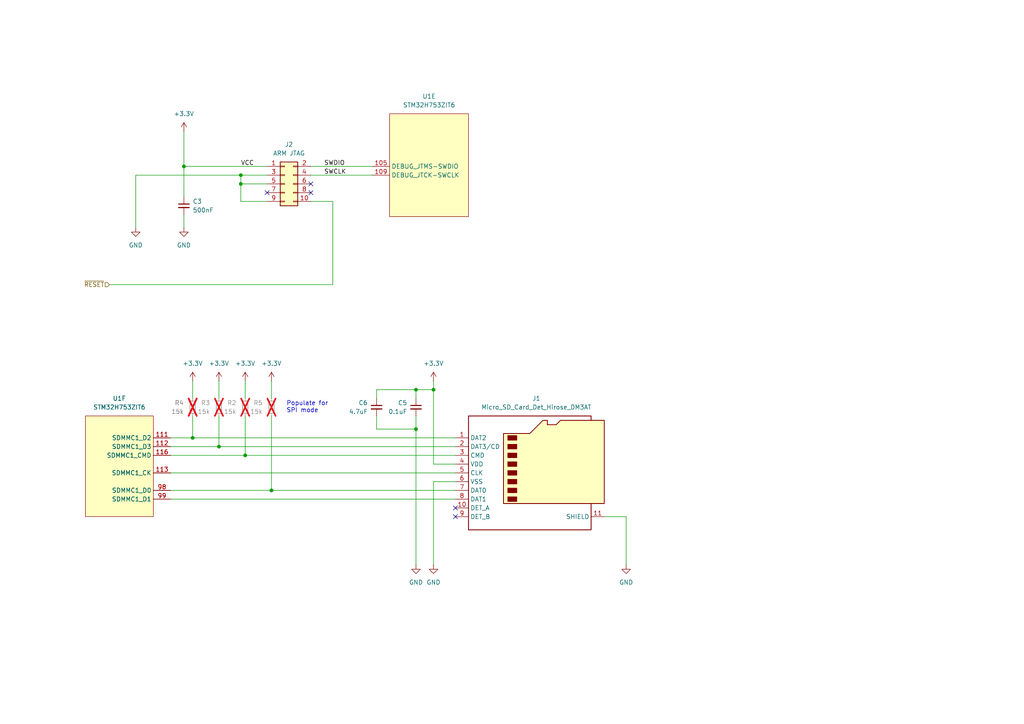
<source format=kicad_sch>
(kicad_sch (version 20231120) (generator "eeschema") (generator_version "8.0")
  (paper "A4")
  (lib_symbols
    (symbol "Connector:Micro_SD_Card_Det_Hirose_DM3AT"
      (property "Reference" "J" (at -16.51 17.78 0))
      (property "Value" "Micro_SD_Card_Det_Hirose_DM3AT" (at 16.51 17.78 0))
      (symbol "Micro_SD_Card_Det_Hirose_DM3AT_0_1"
        (rectangle (start -7.62 -6.985) (end -5.08 -8.255) (stroke (width 0.254)) (fill (type outline)))
        (rectangle (start -7.62 -4.445) (end -5.08 -5.715) (stroke (width 0.254)) (fill (type outline)))
        (rectangle (start -7.62 -1.905) (end -5.08 -3.175) (stroke (width 0.254)) (fill (type outline)))
        (rectangle (start -7.62 0.635) (end -5.08 -0.635) (stroke (width 0.254)) (fill (type outline)))
        (rectangle (start -7.62 3.175) (end -5.08 1.905) (stroke (width 0.254)) (fill (type outline)))
        (rectangle (start -7.62 5.715) (end -5.08 4.445) (stroke (width 0.254)) (fill (type outline)))
        (rectangle (start -7.62 8.255) (end -5.08 6.985) (stroke (width 0.254)) (fill (type outline)))
        (rectangle (start -7.62 10.795) (end -5.08 9.525) (stroke (width 0.254)) (fill (type outline)))
        (polyline (pts (xy 16.51 15.24) (xy 16.51 16.51) (xy -19.05 16.51) (xy -19.05 -16.51) (xy 16.51 -16.51) (xy 16.51 -8.89)) (stroke (width 0.254)))
        (polyline (pts (xy -8.89 -8.89) (xy -8.89 11.43) (xy -1.27 11.43) (xy 2.54 15.24) (xy 3.81 15.24) (xy 3.81 13.97) (xy 6.35 13.97) (xy 7.62 15.24) (xy 20.32 15.24) (xy 20.32 -8.89) (xy -8.89 -8.89)) (stroke (width 0.254)) (fill (type background)))
      )
      (symbol "Micro_SD_Card_Det_Hirose_DM3AT_1_1"
        (pin bidirectional line (at -22.86 10.16 0) (length 3.81) (name "DAT2") (number "1"))
        (pin passive line (at -22.86 -10.16 0) (length 3.81) (name "DET_A") (number "10"))
        (pin passive line (at 20.32 -12.7 180) (length 3.81) (name "SHIELD") (number "11"))
        (pin bidirectional line (at -22.86 7.62 0) (length 3.81) (name "DAT3/CD") (number "2"))
        (pin input line (at -22.86 5.08 0) (length 3.81) (name "CMD") (number "3"))
        (pin power_in line (at -22.86 2.54 0) (length 3.81) (name "VDD") (number "4"))
        (pin input line (at -22.86 0 0) (length 3.81) (name "CLK") (number "5"))
        (pin power_in line (at -22.86 -2.54 0) (length 3.81) (name "VSS") (number "6"))
        (pin bidirectional line (at -22.86 -5.08 0) (length 3.81) (name "DAT0") (number "7"))
        (pin bidirectional line (at -22.86 -7.62 0) (length 3.81) (name "DAT1") (number "8"))
        (pin passive line (at -22.86 -12.7 0) (length 3.81) (name "DET_B") (number "9"))
      )
    )
    (symbol "Device:C_Small" (pin_numbers hide) (pin_names (offset 0.254) hide)
      (property "Reference" "C" (at 0.254 1.778 0))
      (property "Value" "C_Small" (at 0.254 -2.032 0))
      (symbol "C_Small_0_1"
        (polyline (pts (xy -1.524 -0.508) (xy 1.524 -0.508)) (stroke (width 0.3302)))
        (polyline (pts (xy -1.524 0.508) (xy 1.524 0.508)) (stroke (width 0.3048)))
      )
      (symbol "C_Small_1_1"
        (pin passive line (at 0 2.54 270) (length 2.032) (name "~") (number "1"))
        (pin passive line (at 0 -2.54 90) (length 2.032) (name "~") (number "2"))
      )
    )
    (symbol "Device:R_Small" (pin_numbers hide) (pin_names (offset 0.254) hide)
      (property "Reference" "R" (at 0.762 0.508 0))
      (property "Value" "R_Small" (at 0.762 -1.016 0))
      (symbol "R_Small_0_1"
        (rectangle (start -0.762 1.778) (end 0.762 -1.778) (stroke (width 0.2032)))
      )
      (symbol "R_Small_1_1"
        (pin passive line (at 0 2.54 270) (length 0.762) (name "~") (number "1"))
        (pin passive line (at 0 -2.54 90) (length 0.762) (name "~") (number "2"))
      )
    )
    (symbol "Part-DB:FTSH-105-01-L-DV-K" (pin_names (offset 1.016) hide) (exclude_from_sim yes)
      (property "Reference" "J" (at 1.27 7.62 0))
      (property "Value" "ARM JTAG" (at 1.27 -7.62 0))
      (symbol "FTSH-105-01-L-DV-K_1_1"
        (rectangle (start -1.27 -4.953) (end 0 -5.207) (stroke (width 0.1524)))
        (rectangle (start -1.27 -2.413) (end 0 -2.667) (stroke (width 0.1524)))
        (rectangle (start -1.27 0.127) (end 0 -0.127) (stroke (width 0.1524)))
        (rectangle (start -1.27 2.667) (end 0 2.413) (stroke (width 0.1524)))
        (rectangle (start -1.27 5.207) (end 0 4.953) (stroke (width 0.1524)))
        (rectangle (start -1.27 6.35) (end 3.81 -6.35) (stroke (width 0.254)) (fill (type background)))
        (rectangle (start 3.81 -4.953) (end 2.54 -5.207) (stroke (width 0.1524)))
        (rectangle (start 3.81 -2.413) (end 2.54 -2.667) (stroke (width 0.1524)))
        (rectangle (start 3.81 0.127) (end 2.54 -0.127) (stroke (width 0.1524)))
        (rectangle (start 3.81 2.667) (end 2.54 2.413) (stroke (width 0.1524)))
        (rectangle (start 3.81 5.207) (end 2.54 4.953) (stroke (width 0.1524)))
        (pin passive line (at -5.08 5.08 0) (length 3.81) (name "Pin_1") (number "1"))
        (pin passive line (at 7.62 -5.08 180) (length 3.81) (name "Pin_10") (number "10"))
        (pin passive line (at 7.62 5.08 180) (length 3.81) (name "Pin_2") (number "2"))
        (pin passive line (at -5.08 2.54 0) (length 3.81) (name "Pin_3") (number "3"))
        (pin passive line (at 7.62 2.54 180) (length 3.81) (name "Pin_4") (number "4"))
        (pin passive line (at -5.08 0 0) (length 3.81) (name "Pin_5") (number "5"))
        (pin passive line (at 7.62 0 180) (length 3.81) (name "Pin_6") (number "6"))
        (pin passive line (at -5.08 -2.54 0) (length 3.81) (name "Pin_7") (number "7"))
        (pin passive line (at 7.62 -2.54 180) (length 3.81) (name "Pin_8") (number "8"))
        (pin passive line (at -5.08 -5.08 0) (length 3.81) (name "Pin_9") (number "9"))
      )
    )
    (symbol "STM32H753ZITx_1" (exclude_from_sim yes)
      (property "Reference" "U1" (at -7.366 22.86 0))
      (property "Value" "STM32H753ZIT6" (at -7.366 20.32 0))
      (symbol "STM32H753ZITx_1_1_1"
        (rectangle (start -20.32 46.99) (end 21.59 -15.24) (fill (type background)))
        (pin power_out line (at 26.67 29.21 180) (length 5.08) (name "VCAP") (number "106"))
        (pin passive line (at 0 -20.32 90) (length 5.08) hide (name "VSS") (number "107"))
        (pin power_in line (at 3.81 52.07 270) (length 5.08) (name "VDD") (number "108"))
        (pin passive line (at 0 -20.32 90) (length 5.08) hide (name "VSS") (number "120"))
        (pin power_in line (at 6.35 52.07 270) (length 5.08) (name "VDD") (number "121"))
        (pin passive line (at 0 -20.32 90) (length 5.08) hide (name "VSS") (number "130"))
        (pin power_in line (at 8.89 52.07 270) (length 5.08) (name "VDD") (number "131"))
        (pin input line (at -11.43 -20.32 90) (length 5.08) (name "BOOT0") (number "138"))
        (pin input line (at -25.4 -2.54 0) (length 5.08) (name "PDR_ON") (number "143"))
        (pin power_in line (at 11.43 52.07 270) (length 5.08) (name "VDD") (number "144"))
        (pin power_in line (at 3.81 -20.32 90) (length 5.08) (name "VSS") (number "16"))
        (pin power_in line (at -13.97 52.07 270) (length 5.08) (name "VDD") (number "17"))
        (pin bidirectional line (at -25.4 33.02 0) (length 5.08) (name "PH0") (number "23"))
        (pin bidirectional line (at -25.4 30.48 0) (length 5.08) (name "PH1") (number "24"))
        (pin input line (at -25.4 -10.16 0) (length 5.08) (name "NRST") (number "25"))
        (pin power_in line (at -11.43 52.07 270) (length 5.08) (name "VDD") (number "30"))
        (pin power_in line (at 6.35 -20.32 90) (length 5.08) (name "VSSA") (number "31"))
        (pin input line (at 26.67 39.37 180) (length 5.08) (name "VREF+") (number "32"))
        (pin power_in line (at 16.51 52.07 270) (length 5.08) (name "VDDA") (number "33"))
        (pin passive line (at 0 -20.32 90) (length 5.08) hide (name "VSS") (number "38"))
        (pin power_in line (at -8.89 52.07 270) (length 5.08) (name "VDD") (number "39"))
        (pin passive line (at 0 -20.32 90) (length 5.08) hide (name "VSS") (number "51"))
        (pin power_in line (at -6.35 52.07 270) (length 5.08) (name "VDD") (number "52"))
        (pin power_in line (at -16.51 52.07 270) (length 5.08) (name "VBAT") (number "6"))
        (pin passive line (at 0 -20.32 90) (length 5.08) hide (name "VSS") (number "61"))
        (pin power_in line (at -3.81 52.07 270) (length 5.08) (name "VDD") (number "62"))
        (pin power_out line (at 26.67 26.67 180) (length 5.08) (name "VCAP") (number "71"))
        (pin power_in line (at -1.27 52.07 270) (length 5.08) (name "VDD") (number "72"))
        (pin input line (at 26.67 10.16 180) (length 5.08) (name "RCC_OSC32_IN") (number "8"))
        (pin passive line (at 0 -20.32 90) (length 5.08) hide (name "VSS") (number "83"))
        (pin power_in line (at 1.27 52.07 270) (length 5.08) (name "VDD") (number "84"))
        (pin output line (at 26.67 12.7 180) (length 5.08) (name "RCC_OSC32_OUT") (number "9"))
        (pin passive line (at 0 -20.32 90) (length 5.08) hide (name "VSS") (number "94"))
        (pin power_out line (at 13.97 52.07 270) (length 5.08) (name "VDD33_USB") (number "95"))
      )
      (symbol "STM32H753ZITx_1_2_1"
        (rectangle (start -13.97 76.2) (end 21.59 -56.515) (fill (type background)))
        (pin output line (at 26.67 3.81 180) (length 5.08) (name "FMC_A0") (number "10"))
        (pin output line (at 26.67 6.35 180) (length 5.08) (name "FMC_A1") (number "11"))
        (pin bidirectional line (at 26.67 -41.91 180) (length 5.08) (name "FMC_D2") (number "114"))
        (pin bidirectional line (at 26.67 -39.37 180) (length 5.08) (name "FMC_D3") (number "115"))
        (pin output line (at 26.67 62.23 180) (length 5.08) (name "FMC_NOE") (number "118"))
        (pin output line (at 26.67 64.77 180) (length 5.08) (name "FMC_NWE") (number "119"))
        (pin output line (at 26.67 8.89 180) (length 5.08) (name "FMC_A2") (number "12"))
        (pin output line (at 26.67 11.43 180) (length 5.08) (name "FMC_A3") (number "13"))
        (pin output line (at 26.67 13.97 180) (length 5.08) (name "FMC_A4") (number "14"))
        (pin output line (at 26.67 -1.27 180) (length 5.08) (name "FMC_NBL0") (number "141"))
        (pin output line (at 26.67 -3.81 180) (length 5.08) (name "FMC_NBL1") (number "142"))
        (pin output line (at 26.67 16.51 180) (length 5.08) (name "FMC_A5") (number "15"))
        (pin output line (at 26.67 52.07 180) (length 5.08) (name "FMC_A19") (number "2"))
        (pin output line (at 26.67 54.61 180) (length 5.08) (name "FMC_A20") (number "3"))
        (pin output line (at 26.67 57.15 180) (length 5.08) (name "FMC_A21") (number "4"))
        (pin output line (at 26.67 19.05 180) (length 5.08) (name "FMC_A6") (number "50"))
        (pin output line (at 26.67 21.59 180) (length 5.08) (name "FMC_A7") (number "53"))
        (pin output line (at 26.67 24.13 180) (length 5.08) (name "FMC_A8") (number "54"))
        (pin output line (at 26.67 26.67 180) (length 5.08) (name "FMC_A9") (number "55"))
        (pin output line (at 26.67 29.21 180) (length 5.08) (name "FMC_A10") (number "56"))
        (pin output line (at 26.67 31.75 180) (length 5.08) (name "FMC_A11") (number "57"))
        (pin bidirectional line (at 26.67 -36.83 180) (length 5.08) (name "FMC_D4") (number "58"))
        (pin bidirectional line (at 26.67 -34.29 180) (length 5.08) (name "FMC_D5") (number "59"))
        (pin bidirectional line (at 26.67 -31.75 180) (length 5.08) (name "FMC_D6") (number "60"))
        (pin bidirectional line (at 26.67 -29.21 180) (length 5.08) (name "FMC_D7") (number "63"))
        (pin bidirectional line (at 26.67 -26.67 180) (length 5.08) (name "FMC_D8") (number "64"))
        (pin bidirectional line (at 26.67 -24.13 180) (length 5.08) (name "FMC_D9") (number "65"))
        (pin bidirectional line (at 26.67 -21.59 180) (length 5.08) (name "FMC_D10") (number "66"))
        (pin bidirectional line (at 26.67 -19.05 180) (length 5.08) (name "FMC_D11") (number "67"))
        (pin bidirectional line (at 26.67 -16.51 180) (length 5.08) (name "FMC_D12") (number "68"))
        (pin bidirectional line (at 26.67 -13.97 180) (length 5.08) (name "FMC_D13") (number "77"))
        (pin bidirectional line (at 26.67 -11.43 180) (length 5.08) (name "FMC_D14") (number "78"))
        (pin bidirectional line (at 26.67 -8.89 180) (length 5.08) (name "FMC_D15") (number "79"))
        (pin output line (at 26.67 44.45 180) (length 5.08) (name "FMC_A16") (number "80"))
        (pin output line (at 26.67 46.99 180) (length 5.08) (name "FMC_A17") (number "81"))
        (pin output line (at 26.67 49.53 180) (length 5.08) (name "FMC_A18") (number "82"))
        (pin bidirectional line (at 26.67 -46.99 180) (length 5.08) (name "FMC_D0") (number "85"))
        (pin bidirectional line (at 26.67 -44.45 180) (length 5.08) (name "FMC_D1") (number "86"))
        (pin output line (at 26.67 34.29 180) (length 5.08) (name "FMC_A12") (number "87"))
        (pin output line (at 26.67 36.83 180) (length 5.08) (name "FMC_A13") (number "88"))
        (pin output line (at 26.67 39.37 180) (length 5.08) (name "FMC_A14") (number "89"))
        (pin output line (at 26.67 41.91 180) (length 5.08) (name "FMC_A15") (number "90"))
        (pin output line (at 26.67 67.31 180) (length 5.08) (name "FMC_NE1") (number "97"))
      )
      (symbol "STM32H753ZITx_1_3_1"
        (rectangle (start -10.16 17.145) (end 8.89 -17.145) (fill (type background)))
        (pin bidirectional line (at 13.97 -8.89 180) (length 5.08) (name "ETH_TX_EN") (number "126"))
        (pin bidirectional line (at 13.97 12.7 180) (length 5.08) (name "ETH_MDC") (number "27"))
        (pin bidirectional line (at 13.97 -12.7 180) (length 5.08) (name "ETH_REF_CLK") (number "35"))
        (pin bidirectional line (at 13.97 10.16 180) (length 5.08) (name "ETH_MDIO") (number "36"))
        (pin bidirectional line (at 13.97 -5.08 180) (length 5.08) (name "ETH_CRS_DV") (number "43"))
        (pin input line (at 13.97 0 180) (length 5.08) (name "ETH_RXD0") (number "44"))
        (pin input line (at 13.97 2.54 180) (length 5.08) (name "ETH_RXD1") (number "45"))
        (pin output line (at 13.97 5.08 180) (length 5.08) (name "ETH_TXD0") (number "73"))
        (pin output line (at 13.97 7.62 180) (length 5.08) (name "ETH_TXD1") (number "74"))
      )
      (symbol "STM32H753ZITx_1_4_1"
        (rectangle (start -12.065 31.115) (end 11.43 -5.715) (fill (type background)))
        (pin input line (at 16.51 7.62 180) (length 5.08) (name "USB_OTG_FS_VBUS") (number "101"))
        (pin bidirectional line (at 16.51 12.7 180) (length 5.08) (name "USB_OTG_FS_DM") (number "103"))
        (pin bidirectional line (at 16.51 10.16 180) (length 5.08) (name "USB_OTG_FS_DP") (number "104"))
      )
      (symbol "STM32H753ZITx_1_5_1"
        (rectangle (start -11.43 30.48) (end 11.43 0.635) (fill (type background)))
        (pin bidirectional line (at 16.51 15.24 180) (length 5.08) (name "DEBUG_JTMS-SWDIO") (number "105"))
        (pin bidirectional line (at 16.51 12.7 180) (length 5.08) (name "DEBUG_JTCK-SWCLK") (number "109"))
      )
      (symbol "STM32H753ZITx_1_6_1"
        (rectangle (start -4.445 15.24) (end 15.24 -13.97) (fill (type background)))
        (pin bidirectional line (at 20.32 8.89 180) (length 5.08) (name "SDMMC1_D2") (number "111"))
        (pin bidirectional line (at 20.32 6.35 180) (length 5.08) (name "SDMMC1_D3") (number "112"))
        (pin bidirectional line (at 20.32 -1.27 180) (length 5.08) (name "SDMMC1_CK") (number "113"))
        (pin output line (at 20.32 3.81 180) (length 5.08) (name "SDMMC1_CMD") (number "116"))
        (pin bidirectional line (at 20.32 -6.35 180) (length 5.08) (name "SDMMC1_D0") (number "98"))
        (pin bidirectional line (at 20.32 -8.89 180) (length 5.08) (name "SDMMC1_D1") (number "99"))
      )
      (symbol "STM32H753ZITx_1_7_1"
        (rectangle (start -10.795 20.32) (end 11.43 -17.145) (fill (type background)))
        (pin input line (at 16.51 -8.89 180) (length 5.08) (name "UART5_RX") (number "135"))
        (pin output line (at 16.51 -11.43 180) (length 5.08) (name "UART5_TX") (number "136"))
        (pin input line (at 16.51 13.97 180) (length 5.08) (name "UART7_RX") (number "18"))
        (pin output line (at 16.51 11.43 180) (length 5.08) (name "UART7_TX") (number "19"))
        (pin output line (at 16.51 8.89 180) (length 5.08) (name "UART7_RTS") (number "20"))
        (pin input line (at 16.51 6.35 180) (length 5.08) (name "UART7_CTS") (number "21"))
      )
      (symbol "STM32H753ZITx_1_8_1"
        (rectangle (start -15.24 76.2) (end 12.7 -57.15) (fill (type background)))
        (pin no_connect line (at -20.32 7.62 0) (length 5.08) (name "PE2") (number "1"))
        (pin no_connect line (at 17.78 49.53 180) (length 5.08) (name "PA8") (number "100"))
        (pin no_connect line (at 17.78 44.45 180) (length 5.08) (name "PA10") (number "102"))
        (pin no_connect line (at 17.78 38.1 180) (length 5.08) (name "PA15") (number "110"))
        (pin no_connect line (at 17.78 -38.1 180) (length 5.08) (name "PD3") (number "117"))
        (pin no_connect line (at 17.78 -45.72 180) (length 5.08) (name "PD6") (number "122"))
        (pin no_connect line (at 17.78 -48.26 180) (length 5.08) (name "PD7") (number "123"))
        (pin no_connect line (at -20.32 30.48 0) (length 5.08) (name "PG9") (number "124"))
        (pin no_connect line (at -20.32 27.94 0) (length 5.08) (name "PG10") (number "125"))
        (pin no_connect line (at -20.32 22.86 0) (length 5.08) (name "PG12") (number "127"))
        (pin no_connect line (at -20.32 20.32 0) (length 5.08) (name "PG13") (number "128"))
        (pin no_connect line (at -20.32 17.78 0) (length 5.08) (name "PG14") (number "129"))
        (pin no_connect line (at -20.32 15.24 0) (length 5.08) (name "PG15") (number "132"))
        (pin no_connect line (at 17.78 25.4 180) (length 5.08) (name "PB3") (number "133"))
        (pin no_connect line (at 17.78 22.86 180) (length 5.08) (name "PB4") (number "134"))
        (pin no_connect line (at 17.78 15.24 180) (length 5.08) (name "PB7") (number "137"))
        (pin no_connect line (at 17.78 12.7 180) (length 5.08) (name "PB8") (number "139"))
        (pin no_connect line (at 17.78 10.16 180) (length 5.08) (name "PB9") (number "140"))
        (pin no_connect line (at -20.32 -15.24 0) (length 5.08) (name "PF10") (number "22"))
        (pin no_connect line (at 17.78 -10.16 180) (length 5.08) (name "PC0") (number "26"))
        (pin no_connect line (at 17.78 -15.24 180) (length 5.08) (name "PC2_C") (number "28"))
        (pin no_connect line (at 17.78 -17.78 180) (length 5.08) (name "PC3_C") (number "29"))
        (pin no_connect line (at 17.78 69.85 180) (length 5.08) (name "PA0") (number "34"))
        (pin no_connect line (at 17.78 62.23 180) (length 5.08) (name "PA3") (number "37"))
        (pin no_connect line (at 17.78 59.69 180) (length 5.08) (name "PA4") (number "40"))
        (pin no_connect line (at 17.78 57.15 180) (length 5.08) (name "PA5") (number "41"))
        (pin no_connect line (at 17.78 54.61 180) (length 5.08) (name "PA6") (number "42"))
        (pin no_connect line (at 17.78 33.02 180) (length 5.08) (name "PB0") (number "46"))
        (pin no_connect line (at 17.78 30.48 180) (length 5.08) (name "PB1") (number "47"))
        (pin no_connect line (at 17.78 27.94 180) (length 5.08) (name "PB2") (number "48"))
        (pin no_connect line (at -20.32 -17.78 0) (length 5.08) (name "PF11") (number "49"))
        (pin no_connect line (at -20.32 -2.54 0) (length 5.08) (name "PE6") (number "5"))
        (pin no_connect line (at 17.78 7.62 180) (length 5.08) (name "PB10") (number "69"))
        (pin no_connect line (at 17.78 -33.02 180) (length 5.08) (name "PC13") (number "7"))
        (pin no_connect line (at 17.78 5.08 180) (length 5.08) (name "PB11") (number "70"))
        (pin no_connect line (at 17.78 -2.54 180) (length 5.08) (name "PB14") (number "75"))
        (pin no_connect line (at 17.78 -5.08 180) (length 5.08) (name "PB15") (number "76"))
        (pin no_connect line (at -20.32 38.1 0) (length 5.08) (name "PG6") (number "91"))
        (pin no_connect line (at -20.32 35.56 0) (length 5.08) (name "PG7") (number "92"))
        (pin no_connect line (at -20.32 33.02 0) (length 5.08) (name "PG8") (number "93"))
        (pin no_connect line (at 17.78 -25.4 180) (length 5.08) (name "PC6") (number "96"))
      )
    )
    (symbol "power:+3.3V" (power) (pin_numbers hide) (pin_names (offset 0) hide)
      (property "Value" "+3.3V" (at 0 3.556 0))
      (symbol "+3.3V_0_1"
        (polyline (pts (xy -0.762 1.27) (xy 0 2.54)))
        (polyline (pts (xy 0 0) (xy 0 2.54)))
        (polyline (pts (xy 0 2.54) (xy 0.762 1.27)))
      )
      (symbol "+3.3V_1_1"
        (pin power_in line (at 0 0 90) (length 0) (name "~") (number "1"))
      )
    )
    (symbol "power:GND" (power) (pin_numbers hide) (pin_names (offset 0) hide)
      (property "Value" "GND" (at 0 -3.81 0))
      (symbol "GND_0_1"
        (polyline (pts (xy 0 0) (xy 0 -1.27) (xy 1.27 -1.27) (xy 0 -2.54) (xy -1.27 -1.27) (xy 0 -1.27)))
      )
      (symbol "GND_1_1"
        (pin power_in line (at 0 0 270) (length 0) (name "~") (number "1"))
      )
    )
    (symbol "stm32h753:STM32H753ZITx" (exclude_from_sim yes)
      (property "Reference" "U1" (at -7.366 22.86 0))
      (property "Value" "STM32H753ZIT6" (at -7.366 20.32 0))
      (symbol "STM32H753ZITx_1_1"
        (rectangle (start -20.32 46.99) (end 21.59 -15.24) (fill (type background)))
        (pin power_out line (at 26.67 33.02 180) (length 5.08) (name "VCAP") (number "106"))
        (pin passive line (at 0 -20.32 90) (length 5.08) hide (name "VSS") (number "107"))
        (pin power_in line (at 3.81 52.07 270) (length 5.08) (name "VDD") (number "108"))
        (pin passive line (at 0 -20.32 90) (length 5.08) hide (name "VSS") (number "120"))
        (pin power_in line (at 6.35 52.07 270) (length 5.08) (name "VDD") (number "121"))
        (pin passive line (at 0 -20.32 90) (length 5.08) hide (name "VSS") (number "130"))
        (pin power_in line (at 8.89 52.07 270) (length 5.08) (name "VDD") (number "131"))
        (pin input line (at -11.43 -20.32 90) (length 5.08) (name "BOOT0") (number "138"))
        (pin input line (at -25.4 6.35 0) (length 5.08) (name "PDR_ON") (number "143"))
        (pin power_in line (at 11.43 52.07 270) (length 5.08) (name "VDD") (number "144"))
        (pin power_in line (at 3.81 -20.32 90) (length 5.08) (name "VSS") (number "16"))
        (pin power_in line (at -13.97 52.07 270) (length 5.08) (name "VDD") (number "17"))
        (pin bidirectional line (at -25.4 33.02 0) (length 5.08) (name "PH0") (number "23"))
        (pin bidirectional line (at -25.4 12.7 0) (length 5.08) (name "PH1") (number "24"))
        (pin input line (at -25.4 -10.16 0) (length 5.08) (name "NRST") (number "25"))
        (pin power_in line (at -11.43 52.07 270) (length 5.08) (name "VDD") (number "30"))
        (pin power_in line (at 6.35 -20.32 90) (length 5.08) (name "VSSA") (number "31"))
        (pin input line (at 27.305 23.495 180) (length 5.08) (name "VREF+") (number "32"))
        (pin power_in line (at 16.51 52.07 270) (length 5.08) (name "VDDA") (number "33"))
        (pin passive line (at 0 -20.32 90) (length 5.08) hide (name "VSS") (number "38"))
        (pin power_in line (at -8.89 52.07 270) (length 5.08) (name "VDD") (number "39"))
        (pin passive line (at 0 -20.32 90) (length 5.08) hide (name "VSS") (number "51"))
        (pin power_in line (at -6.35 52.07 270) (length 5.08) (name "VDD") (number "52"))
        (pin power_in line (at -16.51 52.07 270) (length 5.08) (name "VBAT") (number "6"))
        (pin passive line (at 0 -20.32 90) (length 5.08) hide (name "VSS") (number "61"))
        (pin power_in line (at -3.81 52.07 270) (length 5.08) (name "VDD") (number "62"))
        (pin power_out line (at 26.67 30.48 180) (length 5.08) (name "VCAP") (number "71"))
        (pin power_in line (at -1.27 52.07 270) (length 5.08) (name "VDD") (number "72"))
        (pin input line (at 26.67 -3.81 180) (length 5.08) (name "RCC_OSC32_IN") (number "8"))
        (pin passive line (at 0 -20.32 90) (length 5.08) hide (name "VSS") (number "83"))
        (pin power_in line (at 1.27 52.07 270) (length 5.08) (name "VDD") (number "84"))
        (pin output line (at 26.67 12.7 180) (length 5.08) (name "RCC_OSC32_OUT") (number "9"))
        (pin passive line (at 0 -20.32 90) (length 5.08) hide (name "VSS") (number "94"))
        (pin power_in line (at 13.97 52.07 270) (length 5.08) (name "VDD33_USB") (number "95"))
      )
      (symbol "STM32H753ZITx_2_1"
        (rectangle (start -13.97 76.2) (end 21.59 -56.515) (fill (type background)))
        (pin output line (at 26.67 3.81 180) (length 5.08) (name "FMC_A0") (number "10"))
        (pin output line (at 26.67 6.35 180) (length 5.08) (name "FMC_A1") (number "11"))
        (pin bidirectional line (at 26.67 -41.91 180) (length 5.08) (name "FMC_D2") (number "114"))
        (pin bidirectional line (at 26.67 -39.37 180) (length 5.08) (name "FMC_D3") (number "115"))
        (pin output line (at 26.67 62.23 180) (length 5.08) (name "FMC_NOE") (number "118"))
        (pin output line (at 26.67 64.77 180) (length 5.08) (name "FMC_NWE") (number "119"))
        (pin output line (at 26.67 8.89 180) (length 5.08) (name "FMC_A2") (number "12"))
        (pin output line (at 26.67 11.43 180) (length 5.08) (name "FMC_A3") (number "13"))
        (pin output line (at 26.67 13.97 180) (length 5.08) (name "FMC_A4") (number "14"))
        (pin output line (at 26.67 -1.27 180) (length 5.08) (name "FMC_NBL0") (number "141"))
        (pin output line (at 26.67 -3.81 180) (length 5.08) (name "FMC_NBL1") (number "142"))
        (pin output line (at 26.67 16.51 180) (length 5.08) (name "FMC_A5") (number "15"))
        (pin output line (at 26.67 52.07 180) (length 5.08) (name "FMC_A19") (number "2"))
        (pin output line (at 26.67 54.61 180) (length 5.08) (name "FMC_A20") (number "3"))
        (pin output line (at 26.67 57.15 180) (length 5.08) (name "FMC_A21") (number "4"))
        (pin output line (at 26.67 19.05 180) (length 5.08) (name "FMC_A6") (number "50"))
        (pin output line (at 26.67 21.59 180) (length 5.08) (name "FMC_A7") (number "53"))
        (pin output line (at 26.67 24.13 180) (length 5.08) (name "FMC_A8") (number "54"))
        (pin output line (at 26.67 26.67 180) (length 5.08) (name "FMC_A9") (number "55"))
        (pin output line (at 26.67 29.21 180) (length 5.08) (name "FMC_A10") (number "56"))
        (pin output line (at 26.67 31.75 180) (length 5.08) (name "FMC_A11") (number "57"))
        (pin bidirectional line (at 26.67 -36.83 180) (length 5.08) (name "FMC_D4") (number "58"))
        (pin bidirectional line (at 26.67 -34.29 180) (length 5.08) (name "FMC_D5") (number "59"))
        (pin bidirectional line (at 26.67 -31.75 180) (length 5.08) (name "FMC_D6") (number "60"))
        (pin bidirectional line (at 26.67 -29.21 180) (length 5.08) (name "FMC_D7") (number "63"))
        (pin bidirectional line (at 26.67 -26.67 180) (length 5.08) (name "FMC_D8") (number "64"))
        (pin bidirectional line (at 26.67 -24.13 180) (length 5.08) (name "FMC_D9") (number "65"))
        (pin bidirectional line (at 26.67 -21.59 180) (length 5.08) (name "FMC_D10") (number "66"))
        (pin bidirectional line (at 26.67 -19.05 180) (length 5.08) (name "FMC_D11") (number "67"))
        (pin bidirectional line (at 26.67 -16.51 180) (length 5.08) (name "FMC_D12") (number "68"))
        (pin bidirectional line (at 26.67 -13.97 180) (length 5.08) (name "FMC_D13") (number "77"))
        (pin bidirectional line (at 26.67 -11.43 180) (length 5.08) (name "FMC_D14") (number "78"))
        (pin bidirectional line (at 26.67 -8.89 180) (length 5.08) (name "FMC_D15") (number "79"))
        (pin output line (at 26.67 44.45 180) (length 5.08) (name "FMC_A16") (number "80"))
        (pin output line (at 26.67 46.99 180) (length 5.08) (name "FMC_A17") (number "81"))
        (pin output line (at 26.67 49.53 180) (length 5.08) (name "FMC_A18") (number "82"))
        (pin bidirectional line (at 26.67 -46.99 180) (length 5.08) (name "FMC_D0") (number "85"))
        (pin bidirectional line (at 26.67 -44.45 180) (length 5.08) (name "FMC_D1") (number "86"))
        (pin output line (at 26.67 34.29 180) (length 5.08) (name "FMC_A12") (number "87"))
        (pin output line (at 26.67 36.83 180) (length 5.08) (name "FMC_A13") (number "88"))
        (pin output line (at 26.67 39.37 180) (length 5.08) (name "FMC_A14") (number "89"))
        (pin output line (at 26.67 41.91 180) (length 5.08) (name "FMC_A15") (number "90"))
        (pin output line (at 26.67 67.31 180) (length 5.08) (name "FMC_NE1") (number "97"))
      )
      (symbol "STM32H753ZITx_3_1"
        (rectangle (start -10.16 17.145) (end 8.89 -17.145) (fill (type background)))
        (pin bidirectional line (at 13.97 -8.89 180) (length 5.08) (name "ETH_TX_EN") (number "126"))
        (pin bidirectional line (at 13.97 12.7 180) (length 5.08) (name "ETH_MDC") (number "27"))
        (pin bidirectional line (at 13.97 -12.7 180) (length 5.08) (name "ETH_REF_CLK") (number "35"))
        (pin bidirectional line (at 13.97 10.16 180) (length 5.08) (name "ETH_MDIO") (number "36"))
        (pin bidirectional line (at 13.97 -5.08 180) (length 5.08) (name "ETH_CRS_DV") (number "43"))
        (pin input line (at 13.97 0 180) (length 5.08) (name "ETH_RXD0") (number "44"))
        (pin input line (at 13.97 2.54 180) (length 5.08) (name "ETH_RXD1") (number "45"))
        (pin output line (at 13.97 5.08 180) (length 5.08) (name "ETH_TXD0") (number "73"))
        (pin output line (at 13.97 7.62 180) (length 5.08) (name "ETH_TXD1") (number "74"))
      )
      (symbol "STM32H753ZITx_4_1"
        (rectangle (start -12.065 31.115) (end 11.43 -5.715) (fill (type background)))
        (pin input line (at 16.51 7.62 180) (length 5.08) (name "USB_OTG_FS_VBUS") (number "101"))
        (pin bidirectional line (at 16.51 12.7 180) (length 5.08) (name "USB_OTG_FS_DM") (number "103"))
        (pin bidirectional line (at 16.51 10.16 180) (length 5.08) (name "USB_OTG_FS_DP") (number "104"))
      )
      (symbol "STM32H753ZITx_5_1"
        (rectangle (start -11.43 30.48) (end 11.43 0.635) (fill (type background)))
        (pin bidirectional line (at 16.51 15.24 180) (length 5.08) (name "DEBUG_JTMS-SWDIO") (number "105"))
        (pin bidirectional line (at 16.51 12.7 180) (length 5.08) (name "DEBUG_JTCK-SWCLK") (number "109"))
      )
      (symbol "STM32H753ZITx_6_1"
        (rectangle (start -4.445 15.24) (end 15.24 -13.97) (fill (type background)))
        (pin bidirectional line (at 20.32 -1.27 180) (length 5.08) (name "SDMMC1_D2") (number "111"))
        (pin bidirectional line (at 20.32 1.27 180) (length 5.08) (name "SDMMC1_D3") (number "112"))
        (pin bidirectional line (at 20.32 6.35 180) (length 5.08) (name "SDMMC1_CK") (number "113"))
        (pin output line (at 20.32 3.81 180) (length 5.08) (name "SDMMC1_CMD") (number "116"))
        (pin bidirectional line (at 20.32 -6.35 180) (length 5.08) (name "SDMMC1_D0") (number "98"))
        (pin bidirectional line (at 20.32 -3.81 180) (length 5.08) (name "SDMMC1_D1") (number "99"))
      )
      (symbol "STM32H753ZITx_7_1"
        (rectangle (start -10.795 20.32) (end 11.43 -17.145) (fill (type background)))
        (pin input line (at 16.51 -8.89 180) (length 5.08) (name "UART5_RX") (number "135"))
        (pin output line (at 16.51 -11.43 180) (length 5.08) (name "UART5_TX") (number "136"))
        (pin input line (at 16.51 13.97 180) (length 5.08) (name "UART7_RX") (number "18"))
        (pin output line (at 16.51 11.43 180) (length 5.08) (name "UART7_TX") (number "19"))
        (pin output line (at 16.51 8.89 180) (length 5.08) (name "UART7_RTS") (number "20"))
        (pin input line (at 16.51 6.35 180) (length 5.08) (name "UART7_CTS") (number "21"))
      )
      (symbol "STM32H753ZITx_8_1"
        (rectangle (start -15.24 76.2) (end 12.7 -57.15) (fill (type background)))
        (pin no_connect line (at -20.32 7.62 0) (length 5.08) (name "PE2") (number "1"))
        (pin no_connect line (at 17.78 49.53 180) (length 5.08) (name "PA8") (number "100"))
        (pin no_connect line (at 17.78 44.45 180) (length 5.08) (name "PA10") (number "102"))
        (pin no_connect line (at 17.78 38.1 180) (length 5.08) (name "PA15") (number "110"))
        (pin no_connect line (at 17.78 -38.1 180) (length 5.08) (name "PD3") (number "117"))
        (pin no_connect line (at 17.78 -45.72 180) (length 5.08) (name "PD6") (number "122"))
        (pin no_connect line (at 17.78 -48.26 180) (length 5.08) (name "PD7") (number "123"))
        (pin no_connect line (at -20.32 30.48 0) (length 5.08) (name "PG9") (number "124"))
        (pin no_connect line (at -20.32 27.94 0) (length 5.08) (name "PG10") (number "125"))
        (pin no_connect line (at -20.32 22.86 0) (length 5.08) (name "PG12") (number "127"))
        (pin no_connect line (at -20.32 20.32 0) (length 5.08) (name "PG13") (number "128"))
        (pin no_connect line (at -20.32 17.78 0) (length 5.08) (name "PG14") (number "129"))
        (pin no_connect line (at -20.32 15.24 0) (length 5.08) (name "PG15") (number "132"))
        (pin no_connect line (at 17.78 25.4 180) (length 5.08) (name "PB3") (number "133"))
        (pin no_connect line (at 17.78 22.86 180) (length 5.08) (name "PB4") (number "134"))
        (pin no_connect line (at 17.78 15.24 180) (length 5.08) (name "PB7") (number "137"))
        (pin no_connect line (at 17.78 12.7 180) (length 5.08) (name "PB8") (number "139"))
        (pin no_connect line (at 17.78 10.16 180) (length 5.08) (name "PB9") (number "140"))
        (pin no_connect line (at -20.32 -15.24 0) (length 5.08) (name "PF10") (number "22"))
        (pin no_connect line (at 17.78 -10.16 180) (length 5.08) (name "PC0") (number "26"))
        (pin no_connect line (at 17.78 -15.24 180) (length 5.08) (name "PC2_C") (number "28"))
        (pin no_connect line (at 17.78 -17.78 180) (length 5.08) (name "PC3_C") (number "29"))
        (pin no_connect line (at 17.78 69.85 180) (length 5.08) (name "PA0") (number "34"))
        (pin no_connect line (at 17.78 62.23 180) (length 5.08) (name "PA3") (number "37"))
        (pin no_connect line (at 17.78 59.69 180) (length 5.08) (name "PA4") (number "40"))
        (pin no_connect line (at 17.78 57.15 180) (length 5.08) (name "PA5") (number "41"))
        (pin no_connect line (at 17.78 54.61 180) (length 5.08) (name "PA6") (number "42"))
        (pin no_connect line (at 17.78 33.02 180) (length 5.08) (name "PB0") (number "46"))
        (pin no_connect line (at 17.78 30.48 180) (length 5.08) (name "PB1") (number "47"))
        (pin no_connect line (at 17.78 27.94 180) (length 5.08) (name "PB2") (number "48"))
        (pin no_connect line (at -20.32 -17.78 0) (length 5.08) (name "PF11") (number "49"))
        (pin no_connect line (at -20.32 -2.54 0) (length 5.08) (name "PE6") (number "5"))
        (pin no_connect line (at 17.78 7.62 180) (length 5.08) (name "PB10") (number "69"))
        (pin no_connect line (at 17.78 -33.02 180) (length 5.08) (name "PC13") (number "7"))
        (pin no_connect line (at 17.78 5.08 180) (length 5.08) (name "PB11") (number "70"))
        (pin no_connect line (at 17.78 -2.54 180) (length 5.08) (name "PB14") (number "75"))
        (pin no_connect line (at 17.78 -5.08 180) (length 5.08) (name "PB15") (number "76"))
        (pin no_connect line (at -20.32 38.1 0) (length 5.08) (name "PG6") (number "91"))
        (pin no_connect line (at -20.32 35.56 0) (length 5.08) (name "PG7") (number "92"))
        (pin no_connect line (at -20.32 33.02 0) (length 5.08) (name "PG8") (number "93"))
        (pin no_connect line (at 17.78 -25.4 180) (length 5.08) (name "PC6") (number "96"))
      )
    )
  )
  (junction (at 71.12 132.08))
  (junction (at 63.5 129.54))
  (junction (at 120.65 124.46))
  (junction (at 125.73 113.03))
  (junction (at 120.65 113.03))
  (junction (at 69.85 53.34))
  (junction (at 69.85 50.8))
  (junction (at 78.74 142.24))
  (junction (at 55.88 127))
  (junction (at 53.34 48.26))
  (no_connect (at 132.08 147.32))
  (no_connect (at 132.08 149.86))
  (no_connect (at 77.47 55.88))
  (no_connect (at 90.17 53.34))
  (no_connect (at 90.17 55.88))
  (wire (pts (xy 71.12 110.49) (xy 71.12 115.57)))
  (wire (pts (xy 77.47 53.34) (xy 69.85 53.34)))
  (wire (pts (xy 109.22 120.65) (xy 109.22 124.46)))
  (wire (pts (xy 31.75 82.55) (xy 96.52 82.55)))
  (wire (pts (xy 69.85 50.8) (xy 77.47 50.8)))
  (wire (pts (xy 69.85 53.34) (xy 69.85 50.8)))
  (wire (pts (xy 120.65 120.65) (xy 120.65 124.46)))
  (wire (pts (xy 120.65 113.03) (xy 109.22 113.03)))
  (wire (pts (xy 55.88 127) (xy 132.08 127)))
  (wire (pts (xy 77.47 58.42) (xy 69.85 58.42)))
  (wire (pts (xy 63.5 120.65) (xy 63.5 129.54)))
  (wire (pts (xy 125.73 139.7) (xy 125.73 163.83)))
  (wire (pts (xy 49.53 132.08) (xy 71.12 132.08)))
  (wire (pts (xy 120.65 124.46) (xy 120.65 163.83)))
  (wire (pts (xy 55.88 120.65) (xy 55.88 127)))
  (wire (pts (xy 181.61 149.86) (xy 175.26 149.86)))
  (wire (pts (xy 39.37 50.8) (xy 69.85 50.8)))
  (wire (pts (xy 55.88 110.49) (xy 55.88 115.57)))
  (wire (pts (xy 90.17 48.26) (xy 107.95 48.26)))
  (wire (pts (xy 63.5 110.49) (xy 63.5 115.57)))
  (wire (pts (xy 96.52 58.42) (xy 90.17 58.42)))
  (wire (pts (xy 96.52 82.55) (xy 96.52 58.42)))
  (wire (pts (xy 49.53 127) (xy 55.88 127)))
  (wire (pts (xy 49.53 129.54) (xy 63.5 129.54)))
  (wire (pts (xy 120.65 115.57) (xy 120.65 113.03)))
  (wire (pts (xy 71.12 120.65) (xy 71.12 132.08)))
  (wire (pts (xy 49.53 144.78) (xy 132.08 144.78)))
  (wire (pts (xy 78.74 120.65) (xy 78.74 142.24)))
  (wire (pts (xy 49.53 137.16) (xy 132.08 137.16)))
  (wire (pts (xy 53.34 48.26) (xy 77.47 48.26)))
  (wire (pts (xy 120.65 113.03) (xy 125.73 113.03)))
  (wire (pts (xy 125.73 113.03) (xy 125.73 134.62)))
  (wire (pts (xy 53.34 48.26) (xy 53.34 38.1)))
  (wire (pts (xy 181.61 163.83) (xy 181.61 149.86)))
  (wire (pts (xy 125.73 110.49) (xy 125.73 113.03)))
  (wire (pts (xy 71.12 132.08) (xy 132.08 132.08)))
  (wire (pts (xy 53.34 62.23) (xy 53.34 66.04)))
  (wire (pts (xy 49.53 142.24) (xy 78.74 142.24)))
  (wire (pts (xy 132.08 139.7) (xy 125.73 139.7)))
  (wire (pts (xy 78.74 142.24) (xy 132.08 142.24)))
  (wire (pts (xy 53.34 48.26) (xy 53.34 57.15)))
  (wire (pts (xy 78.74 110.49) (xy 78.74 115.57)))
  (wire (pts (xy 63.5 129.54) (xy 132.08 129.54)))
  (wire (pts (xy 39.37 50.8) (xy 39.37 66.04)))
  (wire (pts (xy 109.22 124.46) (xy 120.65 124.46)))
  (wire (pts (xy 90.17 50.8) (xy 107.95 50.8)))
  (wire (pts (xy 69.85 58.42) (xy 69.85 53.34)))
  (wire (pts (xy 125.73 134.62) (xy 132.08 134.62)))
  (wire (pts (xy 109.22 113.03) (xy 109.22 115.57)))
  (text "Populate for\nSPI mode" (at 83.058 118.11 0) (effects (font (size 1.27 1.27)) (justify left)))
  (label "VCC" (at 69.85 48.26 0))
  (label "SWCLK" (at 93.98 50.8 0))
  (label "SWDIO" (at 93.98 48.26 0))
  (hierarchical_label "~{RESET}" (shape input) (at 31.75 82.55 180))
  (symbol (lib_id "Device:R_Small") (at 55.88 118.11 0) (mirror y) (unit 1) (dnp yes)
    (property "Reference" "R4" (at 53.34 116.8399 0) (effects (justify left)))
    (property "Value" "15k" (at 53.34 119.3799 0) (effects (justify left)))
    (property "Footprint" "Resistor_SMD:R_0402_1005Metric" (effects (hide yes)))
    (property "Description" "Resistor, small symbol" (effects (hide yes)))
  )
  (symbol (lib_id "Device:R_Small") (at 63.5 118.11 0) (mirror y) (unit 1) (dnp yes)
    (property "Reference" "R3" (at 60.96 116.8399 0) (effects (justify left)))
    (property "Value" "15k" (at 60.96 119.3799 0) (effects (justify left)))
    (property "Footprint" "Resistor_SMD:R_0402_1005Metric" (effects (hide yes)))
    (property "Description" "Resistor, small symbol" (effects (hide yes)))
  )
  (symbol (lib_id "power:GND") (at 181.61 163.83 0) (unit 1)
    (property "Reference" "#PWR026" (effects (hide yes)))
    (property "Value" "GND" (at 181.61 168.91 0))
    (property "Description" "Power symbol creates a global label with name \"GND\" , ground" (effects (hide yes)))
  )
  (symbol (lib_id "Part-DB:FTSH-105-01-L-DV-K") (at 82.55 53.34 0) (unit 1) (exclude_from_sim yes)
    (property "Reference" "J2" (at 83.82 41.91 0))
    (property "Value" "ARM JTAG" (at 83.82 44.45 0))
    (property "Datasheet" "http://partdb.rockgarden.net/en/part/104/info" (effects (hide yes)))
    (property "Description" "Connector Header Surface Mount 10 position 0.050\" (1.27mm) ARM10 JTAG" (effects (hide yes)))
    (property "Category" "Mechanicals/Connectors/ARM10" (effects (hide yes)))
    (property "MPN" "FTSH-105-01-L-DV-K-TR" (effects (hide yes)))
    (property "Manufacturer" "Samtec" (effects (hide yes)))
    (property "Manufacturing Status" "Active" (effects (hide yes)))
    (property "Part-DB ID" "104" (effects (hide yes)))
  )
  (symbol (lib_name "STM32H753ZITx_1") (lib_id "stm32h753:STM32H753ZITx") (at 29.21 135.89 0) (unit 6) (exclude_from_sim yes)
    (property "Reference" "U1" (at 34.6075 115.57 0))
    (property "Value" "STM32H753ZIT6" (at 34.6075 118.11 0))
    (property "Footprint" "Package_QFP:LQFP-144_20x20mm_P0.5mm" (effects (hide yes)))
    (property "Datasheet" "http://partdb.rockgarden.net/en/part/613/info" (effects (hide yes)))
    (property "Description" "ARM® Cortex®-M7 STM32H7 Microcontroller IC 32-Bit Single-Core 480MHz 2MB (2M x 8) FLASH 144-LQFP (20x20)" (effects (hide yes)))
    (property "Category" "Semiconductors/ICs/Microcontrollers/ARM" (effects (hide yes)))
    (property "MPN" "STM32H753ZIT6" (effects (hide yes)))
    (property "Manufacturer" "STMicroelectronics" (effects (hide yes)))
    (property "Manufacturing Status" "Active" (effects (hide yes)))
    (property "Part-DB Footprint" "144-LQFP (20x20)" (effects (hide yes)))
    (property "Part-DB ID" "613" (effects (hide yes)))
  )
  (symbol (lib_id "power:+3.3V") (at 78.74 110.49 0) (unit 1)
    (property "Reference" "#PWR032" (effects (hide yes)))
    (property "Value" "+3.3V" (at 78.74 105.41 0))
    (property "Description" "Power symbol creates a global label with name \"+3.3V\"" (effects (hide yes)))
  )
  (symbol (lib_id "power:GND") (at 39.37 66.04 0) (unit 1)
    (property "Reference" "#PWR08" (effects (hide yes)))
    (property "Value" "GND" (at 39.37 71.12 0))
    (property "Description" "Power symbol creates a global label with name \"GND\" , ground" (effects (hide yes)))
  )
  (symbol (lib_id "power:+3.3V") (at 125.73 110.49 0) (unit 1)
    (property "Reference" "#PWR027" (effects (hide yes)))
    (property "Value" "+3.3V" (at 125.73 105.41 0))
    (property "Description" "Power symbol creates a global label with name \"+3.3V\"" (effects (hide yes)))
  )
  (symbol (lib_id "Device:C_Small") (at 109.22 118.11 0) (unit 1)
    (property "Reference" "C6" (at 106.68 116.8462 0) (effects (justify right)))
    (property "Value" "4.7uF" (at 106.68 119.3862 0) (effects (justify right)))
    (property "Footprint" "Capacitor_SMD:C_0805_2012Metric" (effects (hide yes)))
    (property "Description" "Unpolarized capacitor, small symbol" (effects (hide yes)))
  )
  (symbol (lib_id "power:GND") (at 53.34 66.04 0) (unit 1)
    (property "Reference" "#PWR09" (effects (hide yes)))
    (property "Value" "GND" (at 53.34 71.12 0))
    (property "Description" "Power symbol creates a global label with name \"GND\" , ground" (effects (hide yes)))
  )
  (symbol (lib_id "Device:C_Small") (at 120.65 118.11 0) (mirror y) (unit 1)
    (property "Reference" "C5" (at 118.11 116.8462 0) (effects (justify left)))
    (property "Value" "0.1uF" (at 118.11 119.3862 0) (effects (justify left)))
    (property "Footprint" "Capacitor_SMD:C_0402_1005Metric" (effects (hide yes)))
    (property "Description" "Unpolarized capacitor, small symbol" (effects (hide yes)))
  )
  (symbol (lib_id "power:GND") (at 125.73 163.83 0) (unit 1)
    (property "Reference" "#PWR014" (effects (hide yes)))
    (property "Value" "GND" (at 125.73 168.91 0))
    (property "Description" "Power symbol creates a global label with name \"GND\" , ground" (effects (hide yes)))
  )
  (symbol (lib_id "Connector:Micro_SD_Card_Det_Hirose_DM3AT") (at 154.94 137.16 0) (unit 1)
    (property "Reference" "J1" (at 155.575 115.57 0))
    (property "Value" "Micro_SD_Card_Det_Hirose_DM3AT" (at 155.575 118.11 0))
    (property "Footprint" "Connector_Card:microSD_HC_Hirose_DM3AT-SF-PEJM5" (effects (hide yes)))
    (property "Datasheet" "https://www.hirose.com/product/en/download_file/key_name/DM3/category/Catalog/doc_file_id/49662/?file_category_id=4&item_id=195&is_series=1" (effects (hide yes)))
    (property "Description" "Micro SD Card Socket with card detection pins" (effects (hide yes)))
  )
  (symbol (lib_id "power:GND") (at 120.65 163.83 0) (unit 1)
    (property "Reference" "#PWR028" (effects (hide yes)))
    (property "Value" "GND" (at 120.65 168.91 0))
    (property "Description" "Power symbol creates a global label with name \"GND\" , ground" (effects (hide yes)))
  )
  (symbol (lib_id "Device:R_Small") (at 71.12 118.11 0) (mirror y) (unit 1) (dnp yes)
    (property "Reference" "R2" (at 68.58 116.8399 0) (effects (justify left)))
    (property "Value" "15k" (at 68.58 119.3799 0) (effects (justify left)))
    (property "Footprint" "Resistor_SMD:R_0402_1005Metric" (effects (hide yes)))
    (property "Description" "Resistor, small symbol" (effects (hide yes)))
  )
  (symbol (lib_id "power:+3.3V") (at 63.5 110.49 0) (unit 1)
    (property "Reference" "#PWR030" (effects (hide yes)))
    (property "Value" "+3.3V" (at 63.5 105.41 0))
    (property "Description" "Power symbol creates a global label with name \"+3.3V\"" (effects (hide yes)))
  )
  (symbol (lib_id "Device:C_Small") (at 53.34 59.69 0) (unit 1)
    (property "Reference" "C3" (at 55.88 58.4262 0) (effects (justify left)))
    (property "Value" "500nF" (at 55.88 60.9662 0) (effects (justify left)))
    (property "Footprint" "Capacitor_SMD:C_0402_1005Metric" (effects (hide yes)))
    (property "Description" "Unpolarized capacitor, small symbol" (effects (hide yes)))
  )
  (symbol (lib_id "power:+3.3V") (at 55.88 110.49 0) (unit 1)
    (property "Reference" "#PWR031" (effects (hide yes)))
    (property "Value" "+3.3V" (at 55.88 105.41 0))
    (property "Description" "Power symbol creates a global label with name \"+3.3V\"" (effects (hide yes)))
  )
  (symbol (lib_id "Device:R_Small") (at 78.74 118.11 0) (mirror y) (unit 1) (dnp yes)
    (property "Reference" "R5" (at 76.2 116.8399 0) (effects (justify left)))
    (property "Value" "15k" (at 76.2 119.3799 0) (effects (justify left)))
    (property "Footprint" "Resistor_SMD:R_0402_1005Metric" (effects (hide yes)))
    (property "Description" "Resistor, small symbol" (effects (hide yes)))
  )
  (symbol (lib_id "stm32h753:STM32H753ZITx") (at 124.46 63.5 0) (mirror y) (unit 5) (exclude_from_sim yes)
    (property "Reference" "U1" (at 124.46 27.94 0))
    (property "Value" "STM32H753ZIT6" (at 124.46 30.48 0))
    (property "Footprint" "Package_QFP:LQFP-144_20x20mm_P0.5mm" (effects (hide yes)))
    (property "Datasheet" "http://partdb.rockgarden.net/en/part/613/info" (effects (hide yes)))
    (property "Description" "ARM® Cortex®-M7 STM32H7 Microcontroller IC 32-Bit Single-Core 480MHz 2MB (2M x 8) FLASH 144-LQFP (20x20)" (effects (hide yes)))
    (property "Category" "Semiconductors/ICs/Microcontrollers/ARM" (effects (hide yes)))
    (property "MPN" "STM32H753ZIT6" (effects (hide yes)))
    (property "Manufacturer" "STMicroelectronics" (effects (hide yes)))
    (property "Manufacturing Status" "Active" (effects (hide yes)))
    (property "Part-DB Footprint" "144-LQFP (20x20)" (effects (hide yes)))
    (property "Part-DB ID" "613" (effects (hide yes)))
  )
  (symbol (lib_id "power:+3.3V") (at 53.34 38.1 0) (unit 1)
    (property "Reference" "#PWR01" (effects (hide yes)))
    (property "Value" "+3.3V" (at 53.34 33.02 0))
    (property "Description" "Power symbol creates a global label with name \"+3.3V\"" (effects (hide yes)))
  )
  (symbol (lib_id "power:+3.3V") (at 71.12 110.49 0) (unit 1)
    (property "Reference" "#PWR029" (effects (hide yes)))
    (property "Value" "+3.3V" (at 71.12 105.41 0))
    (property "Description" "Power symbol creates a global label with name \"+3.3V\"" (effects (hide yes)))
  )
)
</source>
